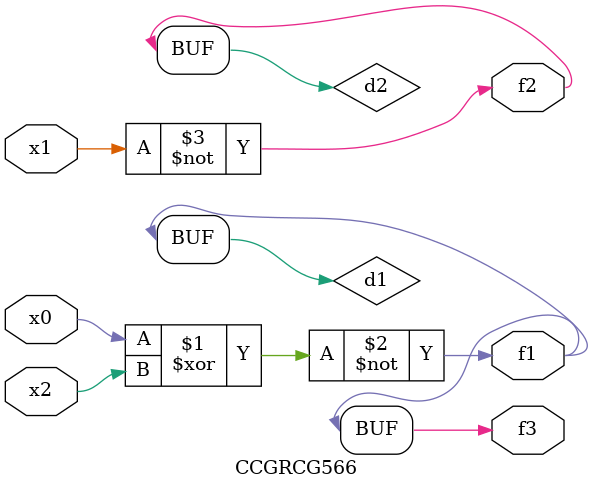
<source format=v>
module CCGRCG566(
	input x0, x1, x2,
	output f1, f2, f3
);

	wire d1, d2, d3;

	xnor (d1, x0, x2);
	nand (d2, x1);
	nor (d3, x1, x2);
	assign f1 = d1;
	assign f2 = d2;
	assign f3 = d1;
endmodule

</source>
